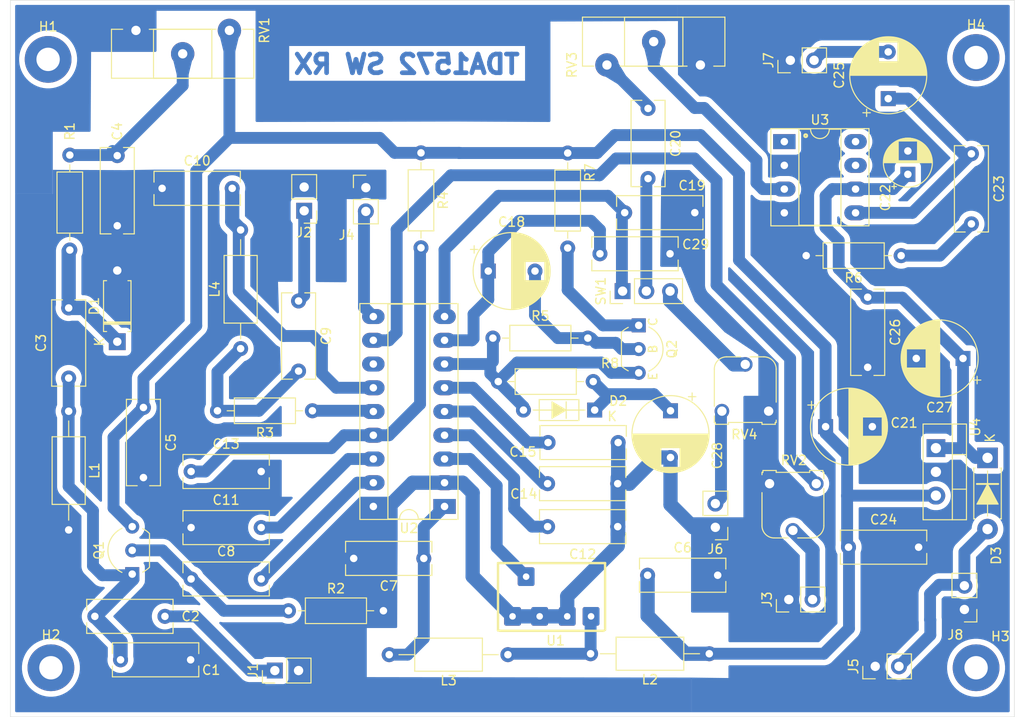
<source format=kicad_pcb>
(kicad_pcb (version 20241229) (generator "pcbnew") (generator_version "9.0")
  (layers (0 "F.Cu" signal) (2 "B.Cu" signal) (13 "F.Paste" user) (15 "B.Paste" user) (5 "F.SilkS" user "F.Silkscreen") (7 "B.SilkS" user "B.Silkscreen") (1 "F.Mask" user) (3 "B.Mask" user) (25 "Edge.Cuts" user))
  (net 0 "")
  (net 1 "Net-(Q1-G)")
  (net 2 "GND")
  (net 3 "Net-(D1-K)")
  (net 4 "Net-(C7-Pad1)")
  (net 5 "+9V")
  (net 6 "Net-(C4-Pad1)")
  (net 7 "Net-(Q1-S)")
  (net 8 "Net-(C8-Pad2)")
  (net 9 "Net-(C10-Pad2)")
  (net 10 "Net-(J7-Pin_2)")
  (net 11 "Net-(C9-Pad2)")
  (net 12 "Net-(C11-Pad2)")
  (net 14 "Net-(SW1-C)")
  (net 15 "Net-(C15-Pad2)")
  (net 16 "Net-(C12-Pad2)")
  (net 17 "Net-(C13-Pad1)")
  (net 18 "Net-(C14-Pad2)")
  (net 19 "Net-(C18-Pad1)")
  (net 20 "+12V")
  (net 21 "Net-(J4-Pin_2)")
  (net 22 "Net-(SW1-A)")
  (net 23 "Net-(J1-Pin_1)")
  (net 24 "Net-(J2-Pin_1)")
  (net 25 "Net-(U1-IN)")
  (net 26 "Net-(SW1-B)")
  (net 27 "Net-(Q2-B)")
  (net 28 "Net-(RV2-Pad3)")
  (net 29 "Net-(U1-OUT)")
  (net 30 "Net-(J3-Pin_2)")
  (net 31 "Net-(C20-Pad1)")
  (net 32 "Net-(J6-Pin_2)")
  (net 33 "Net-(U3-+)")
  (net 34 "Net-(R3-Pad1)")
  (net 35 "Net-(C23-Pad2)")
  (net 36 "Net-(C23-Pad1)")
  (net 40 "Net-(D3-K)")
  (net 41 "Net-(D2-K)")
  (net 42 "Net-(Q2-C)")
  (net 43 "Net-(D2-A)")
  (footprint "Capacitor_THT:C_Rect_L9.0mm_W3.4mm_P7.50mm_MKT" (layer "F.Cu") (at 166.2 113.4 180)
    (property "Reference" "C15")
    (property "Value" "10n")
  )
  (footprint "Package_TO_SOT_THT:TO-220-3_Vertical" (layer "F.Cu") (at 200.2 114 -90)
    (property "Reference" "U4")
    (property "Value" "L7809")
  )
  (footprint "Connector_PinHeader_2.54mm:PinHeader_1x02_P2.54mm_Vertical" (layer "F.Cu") (at 129.46 137.8 90)
    (property "Reference" "J1")
    (property "Value" "ANT")
  )
  (footprint "Capacitor_THT:C_Rect_L9.0mm_W3.4mm_P7.50mm_MKT" (layer "F.Cu") (at 166.15 122.4 180)
    (property "Reference" "C12")
    (property "Value" "100n")
  )
  (footprint "Capacitor_THT:C_Rect_L9.0mm_W3.4mm_P7.50mm_MKT" (layer "F.Cu") (at 107.4 106.5 90)
    (property "Reference" "C3")
    (property "Value" "390")
  )
  (footprint "Connector_PinHeader_2.54mm:PinHeader_1x02_P2.54mm_Vertical" (layer "F.Cu") (at 184.46 130.2 90)
    (property "Reference" "J3")
    (property "Value" "SMETER")
  )
  (footprint "Inductor_THT:L_Axial_L7.0mm_D3.3mm_P12.70mm_Horizontal_Fastron_MICC" (layer "F.Cu") (at 154.4 136.1 180)
    (property "Reference" "L3")
    (property "Value" "680u")
  )
  (footprint "Capacitor_THT:C_Rect_L9.0mm_W3.4mm_P7.50mm_MKT" (layer "F.Cu") (at 164.25 93.2)
    (property "Reference" "C29")
    (property "Value" "220n")
  )
  (footprint "Connector_PinHeader_2.54mm:PinHeader_1x02_P2.54mm_Vertical" (layer "F.Cu") (at 193.71 137.35 90)
    (property "Reference" "J5")
    (property "Value" "aux 12V")
  )
  (footprint "Inductor_THT:L_Axial_L7.0mm_D3.3mm_P12.70mm_Horizontal_Fastron_MICC" (layer "F.Cu") (at 107.4 110.05 -90)
    (property "Reference" "L1")
    (property "Value" "3.9u")
  )
  (footprint "Resistor_THT:R_Axial_DIN0207_L6.3mm_D2.5mm_P10.16mm_Horizontal" (layer "F.Cu") (at 163.53 106.875 180)
    (property "Reference" "R8")
    (property "Value" "3.3k")
  )
  (footprint "Capacitor_THT:C_Rect_L9.0mm_W3.4mm_P7.50mm_MKT" (layer "F.Cu") (at 190.85 124.6)
    (property "Reference" "C24")
    (property "Value" "100n")
  )
  (footprint "Capacitor_THT:C_Rect_L9.0mm_W3.4mm_P7.50mm_MKT" (layer "F.Cu") (at 120.5 122.5)
    (property "Reference" "C11")
    (property "Value" "100n")
  )
  (footprint "Capacitor_THT:C_Rect_L9.0mm_W3.4mm_P7.50mm_MKT" (layer "F.Cu") (at 166.15 117.8 180)
    (property "Reference" "C14")
    (property "Value" "220n")
  )
  (footprint "Package_DIP:DIP-18_W7.62mm_Socket_LongPads" (layer "F.Cu") (at 147.62 120.24 180)
    (property "Reference" "U2")
    (property "Value" "TDA1572")
  )
  (footprint "Capacitor_THT:C_Rect_L9.0mm_W3.4mm_P7.50mm_MKT" (layer "F.Cu") (at 120.5 116.5)
    (property "Reference" "C13")
    (property "Value" "100n")
  )
  (footprint "Capacitor_THT:C_Rect_L9.0mm_W3.4mm_P7.50mm_MKT" (layer "F.Cu") (at 112.95 136.65)
    (property "Reference" "C1")
    (property "Value" "22")
  )
  (footprint "MountingHole:MountingHole_2.5mm_Pad" (layer "F.Cu") (at 105.2 72.4)
    (property "Reference" "H1")
    (property "Value" "MountingHole")
  )
  (footprint "Capacitor_THT:CP_Radial_D8.0mm_P5.00mm" (layer "F.Cu") (at 152.3 95.05)
    (property "Reference" "C18")
    (property "Value" "100u")
  )
  (footprint "MountingHole:MountingHole_2.5mm_Pad" (layer "F.Cu") (at 105.5 137.5)
    (property "Reference" "H2")
    (property "Value" "MountingHole")
  )
  (footprint "Capacitor_THT:C_Rect_L9.0mm_W3.4mm_P7.50mm_MKT" (layer "F.Cu") (at 169.35 127.6)
    (property "Reference" "C6")
    (property "Value" "100n")
  )
  (footprint "Capacitor_THT:CP_Radial_D5.0mm_P2.50mm" (layer "F.Cu") (at 197.2 84.7 90)
    (property "Reference" "C22")
    (property "Value" "10u")
  )
  (footprint "Capacitor_THT:C_Rect_L9.0mm_W3.4mm_P7.50mm_MKT" (layer "F.Cu") (at 112.6 82.7 -90)
    (property "Reference" "C4")
    (property "Value" "100n")
  )
  (footprint "Resistor_THT:R_Axial_DIN0207_L6.3mm_D2.5mm_P10.16mm_Horizontal" (layer "F.Cu") (at 160.8 82.42 -90)
    (property "Reference" "R7")
    (property "Value" "22")
  )
  (footprint "PCM_Package_DIP_AKL:DIP-8_W7.62mm_Socket_LongPads" (layer "F.Cu") (at 183.98 81.2)
    (property "Reference" "U3")
    (property "Value" "LM386" (hide yes))
  )
  (footprint "Capacitor_THT:C_Rect_L9.0mm_W3.4mm_P7.50mm_MKT" (layer "F.Cu") (at 115.4 109.65 -90)
    (property "Reference" "C5")
    (property "Value" "100n")
  )
  (footprint "Connector_PinHeader_2.54mm:PinHeader_1x02_P2.54mm_Vertical" (layer "F.Cu") (at 184.625 72.5 90)
    (property "Reference" "J7")
    (property "Value" "AP")
  )
  (footprint "Capacitor_THT:C_Rect_L9.0mm_W3.4mm_P7.50mm_MKT" (layer "F.Cu") (at 192.9 97.85 -90)
    (property "Reference" "C26")
    (property "Value" "100n")
  )
  (footprint "Resistor_THT:R_Axial_DIN0207_L6.3mm_D2.5mm_P10.16mm_Horizontal" (layer "F.Cu") (at 130.92 131.4)
    (property "Reference" "R2")
    (property "Value" "470")
  )
  (footprint "PCM_Diode_THT_AKL:D_DO-41_SOD81_P7.62mm_Horizontal" (layer "F.Cu") (at 205.725 115.04 -90)
    (property "Reference" "D3")
    (property "Value" "1N4007" (hide yes))
  )
  (footprint "Potentiometer_THT:Potentiometer_Piher_PT-15-H01_Horizontal" (layer "F.Cu") (at 124.6 69.3 -90)
    (property "Reference" "RV1")
    (property "Value" "100k")
  )
  (footprint "Capacitor_THT:C_Rect_L9.0mm_W3.4mm_P7.50mm_MKT" (layer "F.Cu") (at 120.5 128)
    (property "Reference" "C8")
    (property "Value" "220")
  )
  (footprint "Connector_PinHeader_2.54mm:PinHeader_1x02_P2.54mm_Vertical" (layer "F.Cu") (at 132.6 88.6 180)
    (property "Reference" "J2")
    (property "Value" "IN_VFO")
  )
  (footprint "Capacitor_THT:CP_Radial_D8.0mm_P5.00mm" (layer "F.Cu") (at 171.8 110 -90)
    (property "Reference" "C28")
    (property "Value" "470u")
  )
  (footprint "Connector_PinHeader_2.54mm:PinHeader_1x02_P2.54mm_Vertical" (layer "F.Cu") (at 176.6 122.475 180)
    (property "Reference" "J6")
    (property "Value" "OUT/BFO")
  )
  (footprint "Package_TO_SOT_THT:TO-92_Inline_Wide" (layer "F.Cu") (at 114.2 127.48 90)
    (property "Reference" "Q1")
    (property "Value" "BF245A")
  )
  (footprint "Inductor_THT:L_Axial_L7.0mm_D3.3mm_P12.70mm_Horizontal_Fastron_MICC" (layer "F.Cu") (at 175.95 136 180)
    (property "Reference" "L2")
    (property "Value" "82u")
  )
  (footprint "Capacitor_THT:C_Rect_L9.0mm_W3.4mm_P7.50mm_MKT" (layer "F.Cu") (at 166.9 88.8)
    (property "Reference" "C19")
    (property "Value" "3.3n")
  )
  (footprint "Capacitor_THT:C_Rect_L9.0mm_W3.4mm_P7.50mm_MKT" (layer "F.Cu") (at 169.4 77.65 -90)
    (property "Reference" "C20")
    (property "Value" "100n")
  )
  (footprint "Capacitor_THT:CP_Radial_D8.0mm_P5.00mm" (layer "F.Cu") (at 195.1 76.6 90)
    (property "Reference" "C25")
    (property "Value" "220u")
  )
  (footprint "Capacitor_THT:CP_Radial_D8.0mm_P5.00mm" (layer "F.Cu") (at 188.397349 111.7)
    (property "Reference" "C21")
    (property "Value" "100u")
  )
  (footprint "Capacitor_THT:C_Rect_L9.0mm_W3.4mm_P7.50mm_MKT" (layer "F.Cu") (at 204 82.5 -90)
    (property "Reference" "C23")
    (property "Value" "47n")
  )
  (footprint "Resistor_THT:R_Axial_DIN0207_L6.3mm_D2.5mm_P10.16mm_Horizontal" (layer "F.Cu") (at 145.1 82.4 -90)
    (property "Reference" "R4")
    (property "Value" "22")
  )
  (footprint "Connector_PinHeader_2.54mm:PinHeader_1x02_P2.54mm_Vertical" (layer "F.Cu") (at 203.25 131.265 180)
    (property "Reference" "J8")
    (property "Value" "alim 12V")
  )
  (footprint "MountingHole:MountingHole_2.5mm_Pad" (layer "F.Cu") (at 204.5 72.2)
    (property "Reference" "H4")
    (property "Value" "MountingHole")
  )
  (footprint "kicad_Filtri455_1:CFW455IT" (layer "F.Cu") (at 163.299 132 180)
    (property "Reference" "U1")
    (property "Value" "LT455GW")
  )
  (footprint "Potentiometer_THT:Potentiometer_Runtron_RM-065_Vertical" (layer "F.Cu") (at 182.3 110.04 180)
    (property "Reference" "RV4")
    (property "Value" "100k")
  )
  (footprint "Diode_THT:D_A-405_P7.62mm_Horizontal" (layer "F.Cu") (at 112.6 102.61 90)
    (property "Reference" "D1")
    (property "Value" "BB509")
  )
  (footprint "Capacitor_THT:CP_Radial_D8.0mm_P5.00mm" (layer "F.Cu") (at 203.1 104.4 180)
    (property "Reference" "C27")
    (property "Value" "220u")
  )
  (footprint "Resistor_THT:R_Axial_DIN0207_L6.3mm_D2.5mm_P10.16mm_Horizontal" (layer "F.Cu") (at 133.48 110 180)
    (property "Reference" "R3")
    (property "Value" "22")
  )
  (footprint "PCM_Package_TO_SOT_THT_AKL:TO-92_Inline_Wide_CBE" (layer "F.Cu") (at 168.4 100.86 -90)
    (property "Reference" "Q2")
    (property "Value" "BC548" (hide yes))
  )
  (footprint "PCM_Diode_THT_AKL:D_DO-35_SOD27_P7.62mm_Horizontal" (layer "F.Cu") (at 163.684999 109.925 180)
    (property "Reference" "D2")
    (property "Value" "1N4148" (hide yes))
  )
  (footprint "Resistor_THT:R_Axial_DIN0207_L6.3mm_D2.5mm_P10.16mm_Horizontal" (layer "F.Cu") (at 152.795 102.225)
    (property "Reference" "R5")
    (property "Value" "18k")
  )
  (footprint "Capacitor_THT:C_Rect_L9.0mm_W3.4mm_P7.50mm_MKT" (layer "F.Cu") (at 117.4 86.2)
    (property "Reference" "C10")
    (property "Value" "100n")
  )
  (footprint "Resistor_THT:R_Axial_DIN0207_L6.3mm_D2.5mm_P10.16mm_Horizontal" (layer "F.Cu") (at 107.52 92.8 90)
    (property "Reference" "R1")
    (property "Value" "100k")
  )
  (footprint "Resistor_THT:R_Axial_DIN0207_L6.3mm_D2.5mm_P10.16mm_Horizontal" (layer "F.Cu") (at 196.48 93.4 180)
    (property "Reference" "R6")
    (property "Value" "10")
  )
  (footprint "Inductor_THT:L_Axial_L7.0mm_D3.3mm_P12.70mm_Horizontal_Fastron_MICC" (layer "F.Cu") (at 125.8 103.35 90)
    (property "Reference" "L4")
    (property "Value" "10u")
  )
  (footprint "Potentiometer_THT:Potentiometer_Runtron_RM-065_Vertical" (layer "F.Cu") (at 182.4 117.8)
    (property "Reference" "RV2")
    (property "Value" "2.5k")
  )
  (footprint "Capacitor_THT:C_Rect_L9.0mm_W3.4mm_P7.50mm_MKT" (layer "F.Cu") (at 117.7 132 180)
    (property "Reference" "C2")
    (property "Value" "6.8")
  )
  (footprint "Capacitor_THT:C_Rect_L9.0mm_W3.4mm_P7.50mm_MKT" (layer "F.Cu") (at 145.4 125.8 180)
    (property "Reference" "C7")
    (property "Value" "150")
  )
  (footprint "Potentiometer_THT:Potentiometer_Piher_PT-15-H01_Horizontal" (layer "F.Cu") (at 165 73 90)
    (property "Reference" "RV3")
    (property "Value" "47k")
  )
  (footprint "Capacitor_THT:C_Rect_L9.0mm_W3.4mm_P7.50mm_MKT" (layer "F.Cu") (at 132 98.25 -90)
    (property "Reference" "C9")
    (property "Value" "1n")
  )
  (footprint "Connector_PinHeader_2.54mm:PinHeader_1x03_P2.54mm_Vertical" (layer "F.Cu") (at 166.675 97.2 90)
    (property "Reference" "SW1")
    (property "Value" "SSB-CW/AM")
  )
  (footprint "MountingHole:MountingHole_2.5mm_Pad" (layer "F.Cu") (at 204.5 137.5)
    (property "Reference" "H3")
    (property "Value" "MountingHole")
  )
  (footprint "Connector_PinHeader_2.54mm:PinHeader_1x02_P2.54mm_Vertical" (layer "F.Cu") (at 139.2 86.125)
    (property "Reference" "J4")
    (property "Value" "IN/BFO")
  )
  (gr_rect (start 101.17 66.07) (end 208.6 142.76) (stroke (width 0.05)) (fill no) (layer "Edge.Cuts"))
  (gr_text "TDA1572 SW RX" (at 155.9 74.1 0) (layer "B.Cu") (effects (font (size 2 2) (thickness 0.5) (bold yes)) (justify left bottom mirror)))
  (segment (start 107.4 118.1) (end 110 120.7) (width 1.27) (layer "B.Cu") (net 1))
  (segment (start 110 120.7) (end 110 126.6) (width 1.27) (layer "B.Cu") (net 1))
  (segment (start 107.4 106.5) (end 107.4 118.1) (width 1.27) (layer "B.Cu") (net 1))
  (segment (start 114.2 128) (end 110.2 132) (width 1.524) (layer "B.Cu") (net 1))
  (segment (start 114.2 127.48) (end 114.2 128) (width 1.524) (layer "B.Cu") (net 1))
  (segment (start 112.95 134.75) (end 110.2 132) (width 1.524) (layer "B.Cu") (net 1))
  (segment (start 112.95 136.65) (end 112.95 134.75) (width 1.524) (layer "B.Cu") (net 1))
  (segment (start 111 127.6) (end 111.2 127.6) (width 1.27) (layer "B.Cu") (net 1))
  (segment (start 110 126.6) (end 111 127.6) (width 1.27) (layer "B.Cu") (net 1))
  (segment (start 114.08 127.6) (end 114.2 127.48) (width 1.27) (layer "B.Cu") (net 1))
  (segment (start 111.44 127.6) (end 114.08 127.6) (width 1.27) (layer "B.Cu") (net 1))
  (segment (start 147.62 117.7) (end 149.55 117.7) (width 1.524) (layer "B.Cu") (net 2))
  (segment (start 149.55 117.7) (end 150.63 118.78) (width 1.524) (layer "B.Cu") (net 2))
  (segment (start 171.8 115) (end 170.2 115) (width 1.524) (layer "B.Cu") (net 2))
  (segment (start 144.21 117.7) (end 147.62 117.7) (width 1.524) (layer "B.Cu") (net 2))
  (segment (start 184.06 129.8) (end 184.46 130.2) (width 1.524) (layer "B.Cu") (net 2))
  (segment (start 150.63 118.78) (end 150.63 127.731) (width 1.524) (layer "B.Cu") (net 2))
  (segment (start 115.4 117.4) (end 115.4 117.15) (width 1.524) (layer "B.Cu") (net 2))
  (segment (start 174.226 122.475) (end 171.8 120.049) (width 1.524) (layer "B.Cu") (net 2))
  (segment (start 171.8 120.049) (end 171.8 115) (width 1.524) (layer "B.Cu") (net 2))
  (segment (start 167.4 117.8) (end 166.15 117.8) (width 1.524) (layer "B.Cu") (net 2))
  (segment (start 140 120.24) (end 141.67 120.24) (width 1.524) (layer "B.Cu") (net 2))
  (segment (start 166.2 113.4) (end 166.2 123.15) (width 1.524) (layer "B.Cu") (net 2))
  (segment (start 150.63 127.731) (end 154.899 132) (width 1.524) (layer "B.Cu") (net 2))
  (segment (start 176.6 122.475) (end 176.75 122.625) (width 1.524) (layer "B.Cu") (net 2))
  (segment (start 141.67 120.24) (end 144.21 117.7) (width 1.524) (layer "B.Cu") (net 2))
  (segment (start 176.6 122.475) (end 174.226 122.475) (width 1.524) (layer "B.Cu") (net 2))
  (segment (start 154.899 132) (end 157.8 132) (width 1.524) (layer "B.Cu") (net 2))
  (segment (start 166.15 124.45) (end 166.15 117.15) (width 1.524) (layer "B.Cu") (net 2))
  (segment (start 166.2 123.15) (end 166.15 123.2) (width 1.524) (layer "B.Cu") (net 2))
  (segment (start 170.2 115) (end 167.4 117.8) (width 1.524) (layer "B.Cu") (net 2))
  (segment (start 183.98 88.82) (end 183.98 88.86) (width 1.524) (layer "B.Cu") (net 2))
  (segment (start 160.749 129.851) (end 166.15 124.45) (width 1.524) (layer "B.Cu") (net 2))
  (segment (start 157.8 132) (end 160.749 132) (width 1.524) (layer "B.Cu") (net 2))
  (segment (start 160.749 132) (end 160.749 129.851) (width 1.524) (layer "B.Cu") (net 2))
  (segment (start 108.99 99) (end 112.6 102.61) (width 1.524) (layer "B.Cu") (net 3))
  (segment (start 107.4 92.92) (end 107.52 92.8) (width 1.524) (layer "B.Cu") (net 3))
  (segment (start 107.4 99) (end 108.99 99) (width 1.524) (layer "B.Cu") (net 3))
  (segment (start 107.4 99) (end 107.4 92.92) (width 1.524) (layer "B.Cu") (net 3))
  (segment (start 143.65 136.1) (end 145.4 134.35) (width 1.27) (layer "B.Cu") (net 4))
  (segment (start 145.4 122.46) (end 147.62 120.24) (width 1.27) (layer "B.Cu") (net 4))
  (segment (start 141.7 136.1) (end 143.65 136.1) (width 1.27) (layer "B.Cu") (net 4))
  (segment (start 145.4 134.35) (end 145.4 122.46) (width 1.27) (layer "B.Cu") (net 4))
  (segment (start 141.65 136.15) (end 141.7 136.1) (width 1.27) (layer "B.Cu") (net 4))
  (segment (start 188.397349 103.147349) (end 188.397349 111.7) (width 1.27) (layer "B.Cu") (net 5))
  (segment (start 190.72 119.08) (end 190.7 119.1) (width 1.27) (layer "B.Cu") (net 5))
  (segment (start 121.05 84.35) (end 124.6 80.8) (width 1.27) (layer "B.Cu") (net 5))
  (segment (start 112.2 112.85) (end 115.4 109.65) (width 1.27) (layer "B.Cu") (net 5))
  (segment (start 188.2 136) (end 175.95 136) (width 1.27) (layer "B.Cu") (net 5))
  (segment (start 188.397349 112.4) (end 190.7 114.702651) (width 1.27) (layer "B.Cu") (net 5))
  (segment (start 115.4 106.55) (end 121.05 100.9) (width 1.27) (layer "B.Cu") (net 5))
  (segment (start 163.93542 82.42) (end 165.85542 80.5) (width 1.27) (layer "B.Cu") (net 5))
  (segment (start 179.13 84.63) (end 179.13 93.88) (width 1.27) (layer "B.Cu") (net 5))
  (segment (start 190.7 119.1) (end 190.7 124.45) (width 1.27) (layer "B.Cu") (net 5))
  (segment (start 145.1 82.4) (end 149.2 82.4) (width 1.27) (layer "B.Cu") (net 5))
  (segment (start 188.397349 111.7) (end 188.397349 112.4) (width 1.27) (layer "B.Cu") (net 5))
  (segment (start 142.28 82.4) (end 145.1 82.4) (width 1.27) (layer "B.Cu") (net 5))
  (segment (start 112.2 120.4) (end 112.2 112.85) (width 1.27) (layer "B.Cu") (net 5))
  (segment (start 173.4 136) (end 175.95 136) (width 1.524) (layer "B.Cu") (net 5))
  (segment (start 190.9 124.65) (end 190.9 133.3) (width 1.27) (layer "B.Cu") (net 5))
  (segment (start 190.7 114.702651) (end 190.7 119.1) (width 1.27) (layer "B.Cu") (net 5))
  (segment (start 169.35 131.95) (end 173.4 136) (width 1.524) (layer "B.Cu") (net 5))
  (segment (start 149.2 82.4) (end 149.22 82.42) (width 1.27) (layer "B.Cu") (net 5))
  (segment (start 179.13 93.88) (end 188.397349 103.147349) (width 1.27) (layer "B.Cu") (net 5))
  (segment (start 114.2 122.4) (end 112.2 120.4) (width 1.27) (layer "B.Cu") (net 5))
  (segment (start 169.35 127.6) (end 169.35 131.95) (width 1.524) (layer "B.Cu") (net 5))
  (segment (start 124.6 80.8) (end 124.6 69.3) (width 1.27) (layer "B.Cu") (net 5))
  (segment (start 175 80.5) (end 179.13 84.63) (width 1.27) (layer "B.Cu") (net 5))
  (segment (start 200.2 119.08) (end 190.72 119.08) (width 1.27) (layer "B.Cu") (net 5))
  (segment (start 149.22 82.42) (end 163.93542 82.42) (width 1.27) (layer "B.Cu") (net 5))
  (segment (start 115.4 109.65) (end 115.4 106.55) (width 1.27) (layer "B.Cu") (net 5))
  (segment (start 165.85542 80.5) (end 175 80.5) (width 1.27) (layer "B.Cu") (net 5))
  (segment (start 190.9 133.3) (end 188.2 136) (width 1.27) (layer "B.Cu") (net 5))
  (segment (start 121.05 100.9) (end 121.05 84.35) (width 1.27) (layer "B.Cu") (net 5))
  (segment (start 124.6 80.8) (end 140.68 80.8) (width 1.27) (layer "B.Cu") (net 5))
  (segment (start 140.68 80.8) (end 142.28 82.4) (width 1.27) (layer "B.Cu") (net 5))
  (segment (start 190.7 124.45) (end 190.9 124.65) (width 1.27) (layer "B.Cu") (net 5))
  (segment (start 119.6 75.2) (end 119.6 71.8) (width 1.27) (layer "B.Cu") (net 6))
  (segment (start 112.6 82.7) (end 112.6 82.2) (width 1.27) (layer "B.Cu") (net 6))
  (segment (start 107.52 82.64) (end 112.54 82.64) (width 1.27) (layer "B.Cu") (net 6))
  (segment (start 112.6 82.2) (end 119.6 75.2) (width 1.27) (layer "B.Cu") (net 6))
  (segment (start 112.6 82.7) (end 112.1 82.2) (width 1.27) (layer "B.Cu") (net 6))
  (segment (start 112.54 82.64) (end 112.6 82.7) (width 1.27) (layer "B.Cu") (net 6))
  (segment (start 120.5 128) (end 120.6 128) (width 1.27) (layer "B.Cu") (net 7))
  (segment (start 114.2 124.94) (end 117.44 124.94) (width 1.27) (layer "B.Cu") (net 7))
  (segment (start 120.6 128) (end 124 131.4) (width 1.27) (layer "B.Cu") (net 7))
  (segment (start 117.44 124.94) (end 120.5 128) (width 1.27) (layer "B.Cu") (net 7))
  (segment (start 124 131.4) (end 130.92 131.4) (width 1.27) (layer "B.Cu") (net 7))
  (segment (start 138.3 117.7) (end 140 117.7) (width 1.27) (layer "B.Cu") (net 8))
  (segment (start 128 128) (end 138.3 117.7) (width 1.27) (layer "B.Cu") (net 8))
  (segment (start 130.4 102) (end 133.5 102) (width 1.27) (layer "B.Cu") (net 9))
  (segment (start 125.6 97.2) (end 125.6 90.85) (width 1.27) (layer "B.Cu") (net 9))
  (segment (start 124.9 89.75) (end 125.8 90.65) (width 1.524) (layer "B.Cu") (net 9))
  (segment (start 125.6 90.85) (end 125.8 90.65) (width 1.27) (layer "B.Cu") (net 9))
  (segment (start 125.6 97.2) (end 130.4 102) (width 1.27) (layer "B.Cu") (net 9))
  (segment (start 124.9 86.2) (end 124.9 89.75) (width 1.524) (layer "B.Cu") (net 9))
  (segment (start 134.5 103) (end 134.5 106) (width 1.27) (layer "B.Cu") (net 9))
  (segment (start 134.5 106) (end 136.04 107.54) (width 1.27) (layer "B.Cu") (net 9))
  (segment (start 136.04 107.54) (end 140 107.54) (width 1.27) (layer "B.Cu") (net 9))
  (segment (start 133.5 102) (end 134.5 103) (width 1.27) (layer "B.Cu") (net 9))
  (segment (start 188.065 71.6) (end 187.165 72.5) (width 1.27) (layer "B.Cu") (net 10))
  (segment (start 195.1 71.6) (end 188.065 71.6) (width 1.27) (layer "B.Cu") (net 10))
  (segment (start 127.75 110) (end 132 105.75) (width 1.27) (layer "B.Cu") (net 11))
  (segment (start 123.32 105.83) (end 125.8 103.35) (width 1.27) (layer "B.Cu") (net 11))
  (segment (start 123.32 110) (end 127.75 110) (width 1.27) (layer "B.Cu") (net 11))
  (segment (start 123.32 110) (end 123.32 105.83) (width 1.27) (layer "B.Cu") (net 11))
  (segment (start 130 122.5) (end 137.34 115.16) (width 1.27) (layer "B.Cu") (net 12))
  (segment (start 137.34 115.16) (end 140 115.16) (width 1.27) (layer "B.Cu") (net 12))
  (segment (start 128 122.5) (end 130 122.5) (width 1.27) (layer "B.Cu") (net 12))
  (segment (start 178.58 105.04) (end 179.8 105.04) (width 1.524) (layer "B.Cu") (net 14))
  (segment (start 171.755 97.2) (end 171.755 98.215) (width 1.524) (layer "B.Cu") (net 14))
  (segment (start 171.755 98.215) (end 178.58 105.04) (width 1.524) (layer "B.Cu") (net 14))
  (segment (start 147.62 107.54) (end 150.65374 107.54) (width 1.27) (layer "B.Cu") (net 15))
  (segment (start 156.51374 113.4) (end 158.7 113.4) (width 1.27) (layer "B.Cu") (net 15))
  (segment (start 150.65374 107.54) (end 156.51374 113.4) (width 1.27) (layer "B.Cu") (net 15))
  (segment (start 147.62 112.62) (end 150.44458 112.62) (width 1.27) (layer "B.Cu") (net 16))
  (segment (start 155.07 117.24542) (end 155.07 120.47) (width 1.27) (layer "B.Cu") (net 16))
  (segment (start 155.07 120.47) (end 157 122.4) (width 1.27) (layer "B.Cu") (net 16))
  (segment (start 157 122.4) (end 158.65 122.4) (width 1.27) (layer "B.Cu") (net 16))
  (segment (start 150.44458 112.62) (end 155.07 117.24542) (width 1.27) (layer "B.Cu") (net 16))
  (segment (start 145 92.66) (end 145 109.29) (width 1.27) (layer "B.Cu") (net 17))
  (segment (start 124.5 114) (end 135.5 114) (width 1.27) (layer "B.Cu") (net 17))
  (segment (start 145.1 92.56) (end 145 92.66) (width 1.27) (layer "B.Cu") (net 17))
  (segment (start 141.67 112.62) (end 140 112.62) (width 1.27) (layer "B.Cu") (net 17))
  (segment (start 120.5 116.5) (end 122 116.5) (width 1.27) (layer "B.Cu") (net 17))
  (segment (start 135.5 114) (end 136.88 112.62) (width 1.27) (layer "B.Cu") (net 17))
  (segment (start 136.88 112.62) (end 140 112.62) (width 1.27) (layer "B.Cu") (net 17))
  (segment (start 122 116.5) (end 124.5 114) (width 1.27) (layer "B.Cu") (net 17))
  (segment (start 145 109.29) (end 141.67 112.62) (width 1.27) (layer "B.Cu") (net 17))
  (segment (start 150.54916 110.08) (end 158.26916 117.8) (width 1.27) (layer "B.Cu") (net 18))
  (segment (start 158.26916 117.8) (end 158.65 117.8) (width 1.27) (layer "B.Cu") (net 18))
  (segment (start 147.62 110.08) (end 150.54916 110.08) (width 1.27) (layer "B.Cu") (net 18))
  (segment (start 152.3 93) (end 152.3 98.097349) (width 1.27) (layer "B.Cu") (net 19))
  (segment (start 164.25 93.2) (end 164.25 90.65) (width 1.27) (layer "B.Cu") (net 19))
  (segment (start 163.273675 89.673675) (end 155.626325 89.673675) (width 1.27) (layer "B.Cu") (net 19))
  (segment (start 150.725 99.672349) (end 150.725 102.275) (width 1.27) (layer "B.Cu") (net 19))
  (segment (start 164.25 90.65) (end 163.273675 89.673675) (width 1.27) (layer "B.Cu") (net 19))
  (segment (start 155.626325 89.673675) (end 152.3 93) (width 1.27) (layer "B.Cu") (net 19))
  (segment (start 150.54 102.46) (end 147.62 102.46) (width 1.27) (layer "B.Cu") (net 19))
  (segment (start 150.725 102.275) (end 150.54 102.46) (width 1.27) (layer "B.Cu") (net 19))
  (segment (start 152.3 98.097349) (end 150.725 99.672349) (width 1.27) (layer "B.Cu") (net 19))
  (segment (start 199.575 132.35) (end 199.6 132.375) (width 1.27) (layer "B.Cu") (net 20))
  (segment (start 199.575 129.6) (end 199.575 132.35) (width 1.27) (layer "B.Cu") (net 20))
  (segment (start 203.25 125.135) (end 205.725 122.66) (width 1.27) (layer "B.Cu") (net 20))
  (segment (start 200.55 128.625) (end 199.575 129.6) (width 1.27) (layer "B.Cu") (net 20))
  (segment (start 203.15 128.625) (end 200.55 128.625) (width 1.27) (layer "B.Cu") (net 20))
  (segment (start 199.6 134) (end 196.25 137.35) (width 1.27) (layer "B.Cu") (net 20))
  (segment (start 203.25 128.725) (end 203.25 125.135) (width 1.27) (layer "B.Cu") (net 20))
  (segment (start 203.25 128.725) (end 203.15 128.625) (width 1.27) (layer "B.Cu") (net 20))
  (segment (start 199.6 132.375) (end 199.6 134) (width 1.27) (layer "B.Cu") (net 20))
  (segment (start 139 98.92) (end 140 99.92) (width 1.27) (layer "B.Cu") (net 21))
  (segment (start 139 88.865) (end 139 98.92) (width 1.27) (layer "B.Cu") (net 21))
  (segment (start 139.2 88.665) (end 139 88.865) (width 1.27) (layer "B.Cu") (net 21))
  (segment (start 165.1 87) (end 153.4 87) (width 1.27) (layer "B.Cu") (net 22))
  (segment (start 166.6 97.125) (end 166.6 89.1) (width 1.27) (layer "B.Cu") (net 22))
  (segment (start 166.6 89.1) (end 166.9 88.8) (width 1.27) (layer "B.Cu") (net 22))
  (segment (start 153.4 87) (end 147.62 92.78) (width 1.27) (layer "B.Cu") (net 22))
  (segment (start 147.62 92.78) (end 147.62 99.92) (width 1.27) (layer "B.Cu") (net 22))
  (segment (start 166.9 88.8) (end 165.1 87) (width 1.27) (layer "B.Cu") (net 22))
  (segment (start 166.675 97.2) (end 166.6 97.125) (width 1.27) (layer "B.Cu") (net 22))
  (segment (start 129.46 137.8) (end 126.8 137.8) (width 1.27) (layer "B.Cu") (net 23))
  (segment (start 126.8 137.8) (end 121 132) (width 1.27) (layer "B.Cu") (net 23))
  (segment (start 121 132) (end 117.7 132) (width 1.27) (layer "B.Cu") (net 23))
  (segment (start 132.6 97.65) (end 132 98.25) (width 1.27) (layer "B.Cu") (net 24))
  (segment (start 132.6 88.6) (end 132.6 97.65) (width 1.27) (layer "B.Cu") (net 24))
  (segment (start 154.4 136.1) (end 154.5 136) (width 1.27) (layer "B.Cu") (net 25))
  (segment (start 154.5 136) (end 163.25 136) (width 1.27) (layer "B.Cu") (net 25))
  (segment (start 163.25 132.05) (end 163.25 136) (width 1.27) (layer "B.Cu") (net 25))
  (segment (start 169.4 85.15) (end 169.215 85.335) (width 1.27) (layer "B.Cu") (net 26))
  (segment (start 169.215 85.335) (end 169.215 97.2) (width 1.27) (layer "B.Cu") (net 26))
  (segment (start 162.955 102.225) (end 159.75 102.225) (width 1.27) (layer "B.Cu") (net 27))
  (segment (start 157.3 99.775) (end 157.3 95.05) (width 1.27) (layer "B.Cu") (net 27))
  (segment (start 165.931 102.731) (end 166.6 103.4) (width 1.27) (layer "B.Cu") (net 27))
  (segment (start 162.955 102.225) (end 163.299006 102.225) (width 1.27) (layer "B.Cu") (net 27))
  (segment (start 159.75 102.225) (end 157.3 99.775) (width 1.27) (layer "B.Cu") (net 27))
  (segment (start 163.805006 102.731) (end 165.931 102.731) (width 1.27) (layer "B.Cu") (net 27))
  (segment (start 163.299006 102.225) (end 163.805006 102.731) (width 1.27) (layer "B.Cu") (net 27))
  (segment (start 166.6 103.4) (end 168.4 103.4) (width 1.27) (layer "B.Cu") (net 27))
  (segment (start 148.3 84.8) (end 142.5 90.6) (width 1.27) (layer "B.Cu") (net 28))
  (segment (start 176.73 96.53) (end 176.73 85.37458) (width 1.27) (layer "B.Cu") (net 28))
  (segment (start 184.6 104.4) (end 176.73 96.53) (width 1.27) (layer "B.Cu") (net 28))
  (segment (start 141.67 102.46) (end 140 102.46) (width 1.27) (layer "B.Cu") (net 28))
  (segment (start 142.5 90.6) (end 142.5 101.63) (width 1.27) (layer "B.Cu") (net 28))
  (segment (start 166 83) (end 164.2 84.8) (width 1.27) (layer "B.Cu") (net 28))
  (segment (start 187.4 117.8) (end 184.6 115) (width 1.27) (layer "B.Cu") (net 28))
  (segment (start 164.2 84.8) (end 148.3 84.8) (width 1.27) (layer "B.Cu") (net 28))
  (segment (start 184.6 115) (end 184.6 104.4) (width 1.27) (layer "B.Cu") (net 28))
  (segment (start 174.35542 83) (end 166 83) (width 1.27) (layer "B.Cu") (net 28))
  (segment (start 142.5 101.63) (end 141.67 102.46) (width 1.27) (layer "B.Cu") (net 28))
  (segment (start 176.73 85.37458) (end 174.35542 83) (width 1.27) (layer "B.Cu") (net 28))
  (segment (start 147.62 115.16) (end 150.34 115.16) (width 1.27) (layer "B.Cu") (net 29))
  (segment (start 150.34 115.16) (end 153.2 118.02) (width 1.27) (layer "B.Cu") (net 29))
  (segment (start 153.2 124.601) (end 156.35 127.751) (width 1.27) (layer "B.Cu") (net 29))
  (segment (start 153.2 118.02) (end 153.2 124.601) (width 1.27) (layer "B.Cu") (net 29))
  (segment (start 187 130.2) (end 187 124.9) (width 1.524) (layer "B.Cu") (net 30))
  (segment (start 187 124.9) (end 184.9 122.8) (width 1.524) (layer "B.Cu") (net 30))
  (segment (start 169.4 77.4) (end 165 73) (width 1.27) (layer "B.Cu") (net 31))
  (segment (start 169.4 77.65) (end 169.4 77.4) (width 1.27) (layer "B.Cu") (net 31))
  (segment (start 177.2 119.335) (end 176.6 119.935) (width 1.27) (layer "B.Cu") (net 32))
  (segment (start 177.3 110.04) (end 177.2 110.14) (width 1.27) (layer "B.Cu") (net 32))
  (segment (start 177.2 110.14) (end 177.2 119.335) (width 1.27) (layer "B.Cu") (net 32))
  (segment (start 181.68 86.28) (end 181 85.6) (width 1.27) (layer "B.Cu") (net 33))
  (segment (start 170 73.2) (end 170 70.5) (width 1.27) (layer "B.Cu") (net 33))
  (segment (start 181 83.2) (end 175.4 77.6) (width 1.27) (layer "B.Cu") (net 33))
  (segment (start 175.4 77.6) (end 174.4 77.6) (width 1.27) (layer "B.Cu") (net 33))
  (segment (start 183.98 86.28) (end 181.68 86.28) (width 1.27) (layer "B.Cu") (net 33))
  (segment (start 174.4 77.6) (end 170 73.2) (width 1.27) (layer "B.Cu") (net 33))
  (segment (start 181 85.6) (end 181 83.2) (width 1.27) (layer "B.Cu") (net 33))
  (segment (start 133.48 110) (end 139.92 110) (width 1.27) (layer "B.Cu") (net 34))
  (segment (start 139.92 110) (end 140 110.08) (width 1.27) (layer "B.Cu") (net 34))
  (segment (start 200.6 93.4) (end 204 90) (width 1.27) (layer "B.Cu") (net 35))
  (segment (start 196.48 93.4) (end 200.6 93.4) (width 1.27) (layer "B.Cu") (net 35))
  (segment (start 204 82.5) (end 203.1 82.5) (width 1.27) (layer "B.Cu") (net 36))
  (segment (start 191.6 88.82) (end 197.68 88.82) (width 1.27) (layer "B.Cu") (net 36))
  (segment (start 197.68 88.82) (end 204 82.5) (width 1.27) (layer "B.Cu") (net 36))
  (segment (start 197.2 76.6) (end 195.1 76.6) (width 1.27) (layer "B.Cu") (net 36))
  (segment (start 203.1 82.5) (end 197.2 76.6) (width 1.27) (layer "B.Cu") (net 36))
  (segment (start 189.13 86.28) (end 188.4 87.01) (width 1.27) (layer "B.Cu") (net 40))
  (segment (start 202.8 114) (end 203.1 113.7) (width 1.27) (layer "B.Cu") (net 40))
  (segment (start 188.4 87.01) (end 188.4 90.4) (width 1.27) (layer "B.Cu") (net 40))
  (segment (start 191.6 86.28) (end 189.13 86.28) (width 1.27) (layer "B.Cu") (net 40))
  (segment (start 203.1 104.4) (end 196.6 97.9) (width 1.27) (layer "B.Cu") (net 40))
  (segment (start 204.44 115.04) (end 203.1 113.7) (width 1.27) (layer "B.Cu") (net 40))
  (segment (start 188.4 90.4) (end 189.8 91.8) (width 1.27) (layer "B.Cu") (net 40))
  (segment (start 195.62 86.28) (end 196.93 84.97) (width 1.27) (layer "B.Cu") (net 40))
  (segment (start 189.8 94.8) (end 192.85 97.85) (width 1.27) (layer "B.Cu") (net 40))
  (segment (start 196.6 97.9) (end 192.95 97.9) (width 1.27) (layer "B.Cu") (net 40))
  (segment (start 203.1 104.4) (end 203.2 104.5) (width 1.27) (layer "B.Cu") (net 40))
  (segment (start 205.725 115.04) (end 204.44 115.04) (width 1.27) (layer "B.Cu") (net 40))
  (segment (start 189.8 91.8) (end 189.8 94.8) (width 1.27) (layer "B.Cu") (net 40))
  (segment (start 191.6 86.28) (end 195.62 86.28) (width 1.27) (layer "B.Cu") (net 40))
  (segment (start 200.2 114) (end 202.8 114) (width 1.27) (layer "B.Cu") (net 40))
  (segment (start 192.95 97.9) (end 192.9 97.85) (width 1.27) (layer "B.Cu") (net 40))
  (segment (start 192.85 97.85) (end 192.9 97.85) (width 1.27) (layer "B.Cu") (net 40))
  (segment (start 203.1 113.7) (end 203.1 104.4) (width 1.27) (layer "B.Cu") (net 40))
  (segment (start 170.025 108.225) (end 164.88 108.225) (width 1.27) (layer "B.Cu") (net 41))
  (segment (start 171.8 110) (end 170.025 108.225) (width 1.27) (layer "B.Cu") (net 41))
  (segment (start 164.88 108.225) (end 163.53 106.875) (width 1.27) (layer "B.Cu") (net 41))
  (segment (start 164.88 108.729999) (end 163.684999 109.925) (width 1.27) (layer "B.Cu") (net 41))
  (segment (start 164.88 108.225) (end 164.88 108.729999) (width 1.27) (layer "B.Cu") (net 41))
  (segment (start 160.8 92.58) (end 160.8 97.08) (width 1.27) (layer "B.Cu") (net 42))
  (segment (start 164.58 100.86) (end 168.4 100.86) (width 1.27) (layer "B.Cu") (net 42))
  (segment (start 160.8 97.08) (end 164.58 100.86) (width 1.27) (layer "B.Cu") (net 42))
  (segment (start 155.406 104.839) (end 153.37 106.875) (width 1.27) (layer "B.Cu") (net 43))
  (segment (start 152.52 105) (end 147.62 105) (width 1.27) (layer "B.Cu") (net 43))
  (segment (start 165.474339 105.94) (end 164.373339 104.839) (width 1.27) (layer "B.Cu") (net 43))
  (segment (start 152.795 104.725) (end 152.795 102.225) (width 1.27) (layer "B.Cu") (net 43))
  (segment (start 152.52 106.025) (end 152.52 105) (width 1.27) (layer "B.Cu") (net 43))
  (segment (start 164.373339 104.839) (end 155.406 104.839) (width 1.27) (layer "B.Cu") (net 43))
  (segment (start 168.4 105.94) (end 165.474339 105.94) (width 1.27) (layer "B.Cu") (net 43))
  (segment (start 156.064999 109.569999) (end 153.37 106.875) (width 1.27) (layer "B.Cu") (net 43))
  (segment (start 153.37 106.875) (end 152.52 106.025) (width 1.27) (layer "B.Cu") (net 43))
  (segment (start 156.064999 109.925) (end 156.064999 109.569999) (width 1.27) (layer "B.Cu") (net 43))
  (zone (net 2) (net_name "GND") (layer "B.Cu") (priority 1) (connect_pads yes (clearance 0.5)) (min_thickness 0.25) (fill yes (thermal_gap 0.5) (thermal_bridge_width 0.5))
    (polygon (pts (xy 208.6 66.1) (xy 172.6 66.1) (xy 172.6 71.1) (xy 172.6 73.7) (xy 172.6 79.2) (xy 170.8 85.4) (xy 170.7 94.6) (xy 172.9 94.6) (xy 174.4 98.3) (xy 177.6 101.6) (xy 181.2 104) (xy 181.2 107.4) (xy 181.2 108.4) (xy 179.6 108.4) (xy 179.6 111.4) (xy 179.6 114.8) (xy 179.6 121.4) (xy 174 121.4) (xy 174 131.6) (xy 178 131.6) (xy 178 138.6) (xy 174 138.55) (xy 174 142.7) (xy 208.6 142.6)))
  )
  (zone (net 2) (net_name "GND") (layer "B.Cu") (connect_pads yes (clearance 0.5)) (min_thickness 0.25) (fill yes (thermal_gap 0.5) (thermal_bridge_width 0.5))
    (polygon (pts (xy 101.2 119.8) (xy 101.2 110) (xy 101.2 86.8) (xy 101.2 84.2) (xy 113.4 84.25) (xy 116.4 84.2) (xy 131.8 84.2) (xy 141.4 84.2) (xy 141.4 86.2) (xy 141.4 87.4) (xy 137.15 87.35) (xy 137.15 96.25) (xy 129.8 96.2) (xy 130.2 109.4) (xy 130.2 119.2) (xy 136.8 119.2) (xy 142.6 119.2) (xy 142.6 123.4) (xy 142.574286 128.000092) (xy 142.55 133.25) (xy 139.3 133.25) (xy 139.3 138.5) (xy 174 138.55) (xy 174 142.7) (xy 101.2 142.7)))
  )
  (zone (net 2) (net_name "GND") (layer "B.Cu") (priority 2) (connect_pads yes (clearance 0.5)) (min_thickness 0.25) (fill yes (thermal_gap 0.5) (thermal_bridge_width 0.5))
    (polygon (pts (xy 101.2 86.8) (xy 101.2 66.2) (xy 172.6 66.1) (xy 172.6 68.3) (xy 158.95 68.35) (xy 158.95 79.1) (xy 148.95 79.05) (xy 127.4 79.1) (xy 127.4 67.2) (xy 116.8 67.2) (xy 116.8 71.6) (xy 109.8 71.6) (xy 109.75 80.15) (xy 105.7 80.15) (xy 105.7 86.8)))
  )
)
</source>
